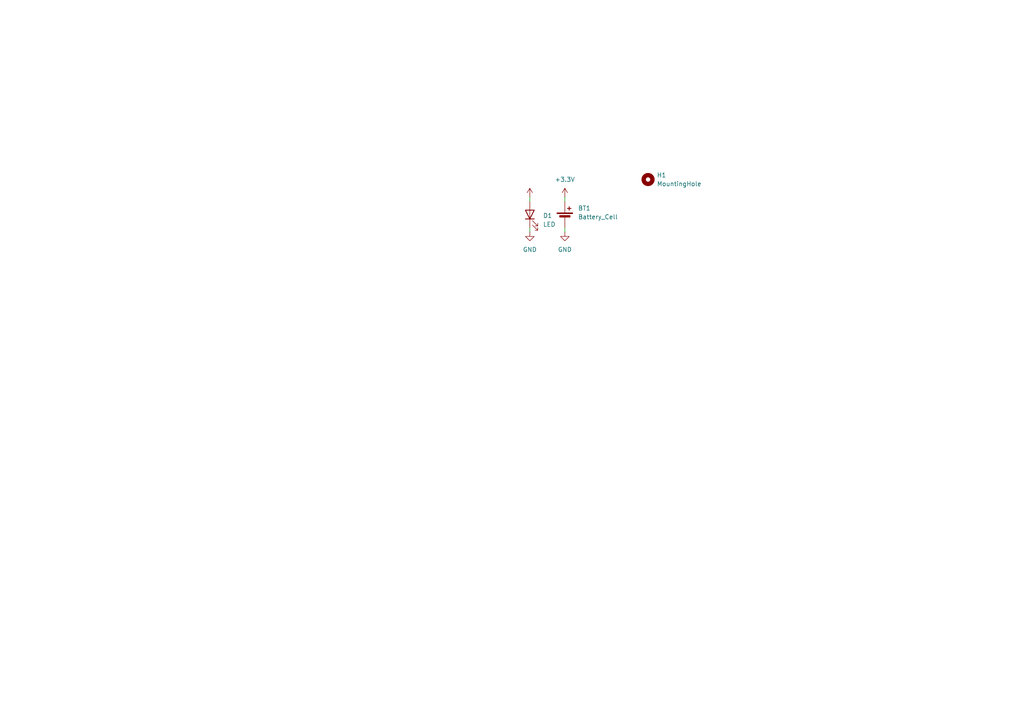
<source format=kicad_sch>
(kicad_sch (version 20250114) (generator "eeschema") (generator_version "9.0")
  (paper "A4")
  (title_block (title "Learn to Solder Badge") (rev "v1.0") (company "UAL Creative Computing Institute"))
  (lib_symbols
    (symbol "Device:Battery_Cell" (pin_numbers (hide yes)) (pin_names (offset 0) (hide yes))
      (property "Reference" "BT" (at 2.54 2.54 0))
      (property "Value" "Battery_Cell" (at 2.54 0 0))
      (symbol "Battery_Cell_0_1"
        (rectangle (start -2.286 1.778) (end 2.286 1.524) (fill (type outline)))
        (rectangle (start -1.524 1.016) (end 1.524 0.508) (fill (type outline)))
        (polyline (pts (xy 0 1.778) (xy 0 2.54)))
        (polyline (pts (xy 0 0.762) (xy 0 0)))
        (polyline (pts (xy 0.762 3.048) (xy 1.778 3.048)) (stroke (width 0.254)))
        (polyline (pts (xy 1.27 3.556) (xy 1.27 2.54)) (stroke (width 0.254)))
      )
      (symbol "Battery_Cell_1_1"
        (pin passive line (at 0 5.08 270) (length 2.54) (name "+") (number "1"))
        (pin passive line (at 0 -2.54 90) (length 2.54) (name "-") (number "2"))
      )
    )
    (symbol "Device:LED" (pin_numbers (hide yes)) (pin_names (offset 1.016) (hide yes))
      (property "Reference" "D" (at 0 2.54 0))
      (property "Value" "LED" (at 0 -2.54 0))
      (symbol "LED_0_1"
        (polyline (pts (xy -3.048 -0.762) (xy -4.572 -2.286) (xy -3.81 -2.286) (xy -4.572 -2.286) (xy -4.572 -1.524)))
        (polyline (pts (xy -1.778 -0.762) (xy -3.302 -2.286) (xy -2.54 -2.286) (xy -3.302 -2.286) (xy -3.302 -1.524)))
        (polyline (pts (xy -1.27 0) (xy 1.27 0)))
        (polyline (pts (xy -1.27 -1.27) (xy -1.27 1.27)) (stroke (width 0.254)))
        (polyline (pts (xy 1.27 -1.27) (xy 1.27 1.27) (xy -1.27 0) (xy 1.27 -1.27)) (stroke (width 0.254)))
      )
      (symbol "LED_1_1"
        (pin passive line (at -3.81 0 0) (length 2.54) (name "K") (number "1"))
        (pin passive line (at 3.81 0 180) (length 2.54) (name "A") (number "2"))
      )
    )
    (symbol "Mechanical:MountingHole" (pin_names (offset 1.016)) (in_bom no)
      (property "Reference" "H" (at 0 5.08 0))
      (property "Value" "MountingHole" (at 0 3.175 0))
      (symbol "MountingHole_0_1"
        (circle (center 0 0) (radius 1.27) (stroke (width 1.27)))
      )
    )
    (symbol "power:+3.3V" (power) (pin_numbers (hide yes)) (pin_names (offset 0) (hide yes))
      (property "Value" "+3.3V" (at 0 3.556 0))
      (symbol "+3.3V_0_1"
        (polyline (pts (xy -0.762 1.27) (xy 0 2.54)))
        (polyline (pts (xy 0 2.54) (xy 0.762 1.27)))
        (polyline (pts (xy 0 0) (xy 0 2.54)))
      )
      (symbol "+3.3V_1_1"
        (pin power_in line (at 0 0 90) (length 0) (name "~") (number "1"))
      )
    )
    (symbol "power:GND" (power) (pin_numbers (hide yes)) (pin_names (offset 0) (hide yes))
      (property "Value" "GND" (at 0 -3.81 0))
      (symbol "GND_0_1"
        (polyline (pts (xy 0 0) (xy 0 -1.27) (xy 1.27 -1.27) (xy 0 -2.54) (xy -1.27 -1.27) (xy 0 -1.27)))
      )
      (symbol "GND_1_1"
        (pin power_in line (at 0 0 270) (length 0) (name "~") (number "1"))
      )
    )
  )
  (wire (pts (xy 163.83 67.31) (xy 163.83 66.04)))
  (wire (pts (xy 163.83 57.15) (xy 163.83 58.42)))
  (wire (pts (xy 153.67 66.04) (xy 153.67 67.31)))
  (wire (pts (xy 153.67 57.15) (xy 153.67 58.42)))
  (symbol (lib_id "Device:Battery_Cell") (at 163.83 63.5 0) (unit 1)
    (property "Reference" "BT1" (at 167.64 60.3884 0) (effects (justify left)))
    (property "Value" "Battery_Cell" (at 167.64 62.9284 0) (effects (justify left)))
    (property "Footprint" "Battery:Clean CR2032 Holder Footprint" (effects (hide yes)))
    (property "Description" "Single-cell battery" (effects (hide yes)))
  )
  (symbol (lib_id "power:+3.3V") (at 153.67 57.15 0) (unit 1)
    (property "Reference" "#PWR04" (effects (hide yes)))
    (property "Value" "+3.3V" (effects (hide yes)))
    (property "Description" "Power symbol creates a global label with name \"+3.3V\"" (effects (hide yes)))
  )
  (symbol (lib_id "Mechanical:MountingHole") (at 187.96 52.07 0) (unit 1) (in_bom no)
    (property "Reference" "H1" (at 190.5 50.7999 0) (effects (justify left)))
    (property "Value" "MountingHole" (at 190.5 53.3399 0) (effects (justify left)))
    (property "Footprint" "MountingHole:MountingHole_2mm" (effects (hide yes)))
    (property "Description" "Mounting Hole without connection" (effects (hide yes)))
  )
  (symbol (lib_id "Device:LED") (at 153.67 62.23 90) (unit 1)
    (property "Reference" "D1" (at 157.48 62.5474 90) (effects (justify right)))
    (property "Value" "LED" (at 157.48 65.0874 90) (effects (justify right)))
    (property "Footprint" "LED_THT:LED_D5.0mm" (effects (hide yes)))
    (property "Description" "Light emitting diode" (effects (hide yes)))
    (property "Sim.Pins" "1=K 2=A" (effects (hide yes)))
  )
  (symbol (lib_id "power:GND") (at 163.83 67.31 0) (unit 1)
    (property "Reference" "#PWR01" (effects (hide yes)))
    (property "Value" "GND" (at 163.83 72.39 0))
    (property "Description" "Power symbol creates a global label with name \"GND\" , ground" (effects (hide yes)))
  )
  (symbol (lib_id "power:+3.3V") (at 163.83 57.15 0) (unit 1)
    (property "Reference" "#PWR03" (effects (hide yes)))
    (property "Value" "+3.3V" (at 163.83 52.07 0))
    (property "Description" "Power symbol creates a global label with name \"+3.3V\"" (effects (hide yes)))
  )
  (symbol (lib_id "power:GND") (at 153.67 67.31 0) (unit 1)
    (property "Reference" "#PWR02" (effects (hide yes)))
    (property "Value" "GND" (at 153.67 72.39 0))
    (property "Description" "Power symbol creates a global label with name \"GND\" , ground" (effects (hide yes)))
  )
)
</source>
